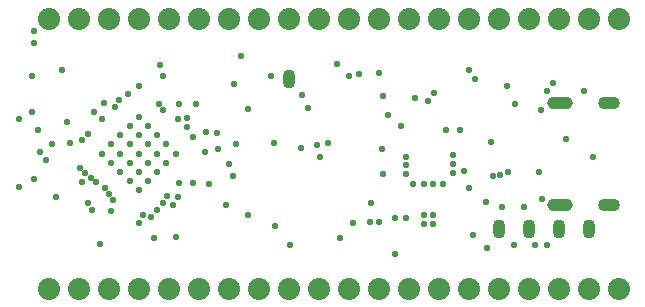
<source format=gbr>
%TF.GenerationSoftware,Altium Limited,Altium Designer,19.0.15 (446)*%
G04 Layer_Color=16711935*
%FSLAX45Y45*%
%MOMM*%
%TF.FileFunction,Soldermask,Bot*%
%TF.Part,Single*%
G01*
G75*
%TA.AperFunction,SMDPad,CuDef*%
%ADD44O,1.07600X1.60000*%
%TA.AperFunction,ComponentPad*%
%ADD45C,1.87600*%
G04:AMPARAMS|DCode=46|XSize=1.076mm|YSize=1.876mm|CornerRadius=0.538mm|HoleSize=0mm|Usage=FLASHONLY|Rotation=90.000|XOffset=0mm|YOffset=0mm|HoleType=Round|Shape=RoundedRectangle|*
%AMROUNDEDRECTD46*
21,1,1.07600,0.80000,0,0,90.0*
21,1,0.00000,1.87600,0,0,90.0*
1,1,1.07600,0.40000,0.00000*
1,1,1.07600,0.40000,0.00000*
1,1,1.07600,-0.40000,0.00000*
1,1,1.07600,-0.40000,0.00000*
%
%ADD46ROUNDEDRECTD46*%
G04:AMPARAMS|DCode=47|XSize=1.076mm|YSize=2.176mm|CornerRadius=0.538mm|HoleSize=0mm|Usage=FLASHONLY|Rotation=90.000|XOffset=0mm|YOffset=0mm|HoleType=Round|Shape=RoundedRectangle|*
%AMROUNDEDRECTD47*
21,1,1.07600,1.10000,0,0,90.0*
21,1,0.00000,2.17600,0,0,90.0*
1,1,1.07600,0.55000,0.00000*
1,1,1.07600,0.55000,0.00000*
1,1,1.07600,-0.55000,0.00000*
1,1,1.07600,-0.55000,0.00000*
%
%ADD47ROUNDEDRECTD47*%
%ADD48C,0.07600*%
%TA.AperFunction,ViaPad*%
%ADD49C,0.57600*%
D44*
X12446000Y7874000D02*
D03*
X14986000Y6604000D02*
D03*
X14732001D02*
D03*
X14478000D02*
D03*
X14224001D02*
D03*
D45*
X14732001Y6096000D02*
D03*
X14478000D02*
D03*
X14986000D02*
D03*
X15239999D02*
D03*
X14224001D02*
D03*
X13970000D02*
D03*
X13462000D02*
D03*
X13716000D02*
D03*
X13208000D02*
D03*
X10922000D02*
D03*
X11430000D02*
D03*
X11176000D02*
D03*
X11684000D02*
D03*
X11938000D02*
D03*
X12953999D02*
D03*
X12700000D02*
D03*
X12192000D02*
D03*
X12446000D02*
D03*
X10414000D02*
D03*
X10668000D02*
D03*
X14732001Y8382000D02*
D03*
X14478000D02*
D03*
X14986000D02*
D03*
X15239999D02*
D03*
X14224001D02*
D03*
X13970000D02*
D03*
X13462000D02*
D03*
X13716000D02*
D03*
X13208000D02*
D03*
X10922000D02*
D03*
X11430000D02*
D03*
X11176000D02*
D03*
X11684000D02*
D03*
X11938000D02*
D03*
X12953999D02*
D03*
X12700000D02*
D03*
X12192000D02*
D03*
X12446000D02*
D03*
X10414000D02*
D03*
X10668000D02*
D03*
D46*
X15160249Y7671000D02*
D03*
Y6807000D02*
D03*
D47*
X14742250Y7671000D02*
D03*
Y6807000D02*
D03*
D48*
X14792250Y6950000D02*
D03*
Y7528000D02*
D03*
D49*
X14630400Y7768600D02*
D03*
X14592300Y6853627D02*
D03*
X10287000Y8280400D02*
D03*
X10274300Y7594600D02*
D03*
X10337800Y7252656D02*
D03*
X10287000Y8178800D02*
D03*
Y7023100D02*
D03*
X10160000Y6959600D02*
D03*
X10274300Y7896050D02*
D03*
X10325100Y7442200D02*
D03*
X10160000Y7531100D02*
D03*
X11658600Y7658100D02*
D03*
X11747500Y7421200D02*
D03*
X11849100Y7279514D02*
D03*
X11938000Y7147767D02*
D03*
X13512801Y7710112D02*
D03*
X13284200Y7569200D02*
D03*
X12712700Y7213600D02*
D03*
X12687300Y7315200D02*
D03*
X14020799Y7874000D02*
D03*
X13677901Y7754443D02*
D03*
X12561256Y7734300D02*
D03*
X13233400Y7277100D02*
D03*
X13839500Y7150100D02*
D03*
Y7073900D02*
D03*
X13931900Y7092959D02*
D03*
X14158212Y7339000D02*
D03*
X14172800Y7053384D02*
D03*
X14236700Y7060153D02*
D03*
X14635915Y6464300D02*
D03*
X12611100Y7624373D02*
D03*
X12776200Y7325486D02*
D03*
X14300200Y7079270D02*
D03*
X14439900Y6782916D02*
D03*
X10887145Y6946098D02*
D03*
X10815673Y6995635D02*
D03*
X10922000Y6896100D02*
D03*
X10388600Y7188200D02*
D03*
X10723200Y7074252D02*
D03*
X10682596Y7121200D02*
D03*
X10693400Y6997700D02*
D03*
X10769600Y7035800D02*
D03*
X10960100Y6845300D02*
D03*
X10942655Y6756400D02*
D03*
X10782300Y6757749D02*
D03*
X10744200Y6819900D02*
D03*
X11176000Y6654800D02*
D03*
X11214100Y6718300D02*
D03*
X11277600Y6705600D02*
D03*
X11328400Y6757749D02*
D03*
X13208000Y6662800D02*
D03*
X13131799D02*
D03*
X11468100Y6804130D02*
D03*
X11379200Y6819900D02*
D03*
X11417300Y6883400D02*
D03*
X11506200Y6870700D02*
D03*
X13436600Y7139000D02*
D03*
X13839500Y7225700D02*
D03*
X11976600Y7047000D02*
D03*
X11518900Y6992629D02*
D03*
X11633200D02*
D03*
X13436600Y7214000D02*
D03*
Y7064270D02*
D03*
X13665199Y6982674D02*
D03*
X13589000D02*
D03*
X11772900Y6985000D02*
D03*
X10591800Y7327900D02*
D03*
X10693400Y7353300D02*
D03*
X10744200Y7404100D02*
D03*
X10565563Y7510538D02*
D03*
X10795000Y7594600D02*
D03*
X11379200Y7899400D02*
D03*
X10864873Y7531100D02*
D03*
X10972800Y7632700D02*
D03*
X11010900Y7696200D02*
D03*
X11087100Y7747000D02*
D03*
X10879600Y7670800D02*
D03*
X11176000Y7810500D02*
D03*
X11345985Y7660007D02*
D03*
X11382062Y7611231D02*
D03*
X11518900Y7658100D02*
D03*
X11506200Y7528000D02*
D03*
X11582400Y7467600D02*
D03*
X11633200Y7378700D02*
D03*
X11582400Y7543800D02*
D03*
X11836400Y7416800D02*
D03*
X13042900Y7912100D02*
D03*
X12953999Y7899400D02*
D03*
X10439400Y7318549D02*
D03*
X10477500Y6870700D02*
D03*
X10848963Y6477000D02*
D03*
X10528300Y7950200D02*
D03*
X11734800Y7251700D02*
D03*
X11912600Y6804130D02*
D03*
X11494802Y6535072D02*
D03*
X11301837Y6527800D02*
D03*
X11353800Y7988300D02*
D03*
X15024100Y7213600D02*
D03*
X14119641Y6830097D02*
D03*
X13893800Y7442200D02*
D03*
X13627100Y7685000D02*
D03*
X13247800Y7730439D02*
D03*
X12039600Y8064500D02*
D03*
X12293693Y7899400D02*
D03*
X11983496Y7831900D02*
D03*
X12103100Y7618500D02*
D03*
X12458700Y6464300D02*
D03*
X12101600Y6722475D02*
D03*
X12331700Y6629400D02*
D03*
X12877800Y6527800D02*
D03*
X12993729Y6650000D02*
D03*
X13144501Y6818271D02*
D03*
X13246100Y7065759D02*
D03*
X12852307Y8001000D02*
D03*
X14249400Y6782916D02*
D03*
X14947900Y7772400D02*
D03*
X13208000Y7924800D02*
D03*
X13970000Y6947319D02*
D03*
X13665199Y6722475D02*
D03*
X13589000D02*
D03*
X13665199Y6643600D02*
D03*
X13589000D02*
D03*
X13752600Y6985000D02*
D03*
X13500101D02*
D03*
X13347701Y6388100D02*
D03*
X13436600Y6689830D02*
D03*
X13347701D02*
D03*
X13970000Y7950200D02*
D03*
X13397099Y7470900D02*
D03*
X13779500Y7442600D02*
D03*
X14579601Y7607300D02*
D03*
X14122400Y6438900D02*
D03*
X14008099Y6546641D02*
D03*
X14350999Y6464300D02*
D03*
X14528799D02*
D03*
X14296547Y7810500D02*
D03*
X14792250Y7366000D02*
D03*
X14681200Y7835900D02*
D03*
X14363699Y7658100D02*
D03*
X14566901Y7086600D02*
D03*
X12319000Y7327900D02*
D03*
X12001500Y7316782D02*
D03*
X12547600Y7289800D02*
D03*
X10942655Y7316782D02*
D03*
X11098218Y7161218D02*
D03*
X11253782Y7005655D02*
D03*
X11020436Y7239000D02*
D03*
X11176000Y7083436D02*
D03*
X11098218Y7472345D02*
D03*
X11253782Y7316782D02*
D03*
X11409345Y7161218D02*
D03*
X11176000Y7394564D02*
D03*
X11331564Y7239000D02*
D03*
X11409345Y7316782D02*
D03*
X11253782Y7161218D02*
D03*
X11098218Y7005655D02*
D03*
X11253782Y7472345D02*
D03*
X11098218Y7316782D02*
D03*
X10942655Y7161218D02*
D03*
X11176000Y6927873D02*
D03*
X11020436Y7083436D02*
D03*
X10864873Y7239000D02*
D03*
X11331564Y7083436D02*
D03*
X11176000Y7239000D02*
D03*
X11020436Y7394564D02*
D03*
X11487127Y7239000D02*
D03*
X11331564Y7394564D02*
D03*
X11176000Y7550127D02*
D03*
%TF.MD5,8b2877f525be26e6555b01eb03f21ed9*%
M02*

</source>
